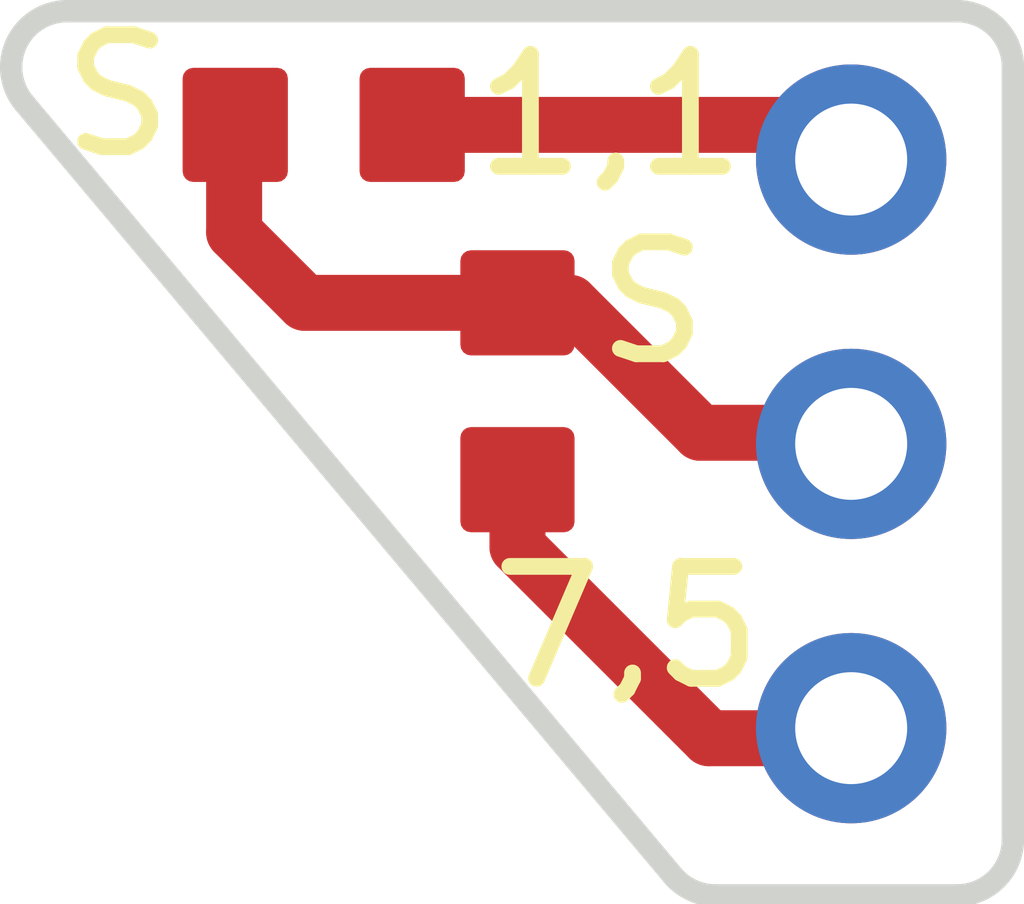
<source format=kicad_pcb>
(kicad_pcb (version 20221018) (generator pcbnew)
  (layers (0 "F.Cu" signal) (31 "B.Cu" signal) (34 "B.Paste" user) (35 "F.Paste" user) (36 "B.SilkS" user "B.Silkscreen") (37 "F.SilkS" user "F.Silkscreen") (38 "B.Mask" user) (39 "F.Mask" user) (44 "Edge.Cuts" user))
  (net 0 "")
  (net 1 "SIG")
  (net 2 "GND")
  (net 3 "+24V")
  (footprint "R0603:RESC1608X50N" (layer "F.Cu") (at 109.12 93.39 90)
    (fp_text reference "7.5k" hide)
    (fp_text value "MCT06030D7501BP500" hide)
    (pad "1" smd roundrect (at -0.79 0 90) (size 0.94 1.02) (layers "F.Cu" "F.Paste" "F.Mask") (roundrect_rratio 0.1) (net 3 "+24V"))
    (pad "2" smd roundrect (at 0.79 0 90) (size 0.94 1.02) (layers "F.Cu" "F.Paste" "F.Mask") (roundrect_rratio 0.1) (net 1 "SIG"))
  )
  (footprint "R0603:RESC1608X50N" (layer "F.Cu") (at 107.39 91.01)
    (fp_text reference "1.1k" hide)
    (fp_text value "MCT06030D1101BP500" hide)
    (pad "1" smd roundrect (at -0.79 0) (size 0.94 1.02) (layers "F.Cu" "F.Paste" "F.Mask") (roundrect_rratio 0.1) (net 1 "SIG"))
    (pad "2" smd roundrect (at 0.79 0) (size 0.94 1.02) (layers "F.Cu" "F.Paste" "F.Mask") (roundrect_rratio 0.1) (net 2 "GND"))
  )
  (footprint "Connector_PinHeader_2.54mm:PinHeader_1x03_P2.54mm_Vertical" (layer "B.Cu") (at 112.1 91.32 180)
    (fp_text reference "J1" hide)
    (fp_text value "Conn_01x03_Pin" hide)
    (pad "1" thru_hole circle (at 0 0 180) (size 1.7 1.7) (drill 1) (layers "*.Cu" "*.Mask") (net 2 "GND"))
    (pad "2" thru_hole oval (at 0 -2.54 180) (size 1.7 1.7) (drill 1) (layers "*.Cu" "*.Mask") (net 1 "SIG"))
    (pad "3" thru_hole oval (at 0 -5.08 180) (size 1.7 1.7) (drill 1) (layers "*.Cu" "*.Mask") (net 3 "+24V"))
  )
  (gr_line (start 110.889038 97.894173) (end 113.043954 97.894173) (stroke (width 0.2)) (layer "Edge.Cuts"))
  (gr_line (start 113.043954 89.994173) (end 105.09925 89.994173) (stroke (width 0.2)) (layer "Edge.Cuts"))
  (gr_line (start 113.543954 97.394173) (end 113.543954 90.494173) (stroke (width 0.2)) (layer "Edge.Cuts"))
  (gr_line (start 104.716228 90.815567) (end 110.506015 97.715567) (stroke (width 0.2)) (layer "Edge.Cuts"))
  (gr_arc (start 110.889038 97.894173) (mid 110.677729 97.847327) (end 110.506015 97.715567) (stroke (width 0.2)) (layer "Edge.Cuts"))
  (gr_arc (start 113.043954 89.994173) (mid 113.397507 90.14062) (end 113.543954 90.494173) (stroke (width 0.2)) (layer "Edge.Cuts"))
  (gr_arc (start 113.543954 97.394173) (mid 113.397507 97.747726) (end 113.043954 97.894173) (stroke (width 0.2)) (layer "Edge.Cuts"))
  (gr_arc (start 104.716228 90.815567) (mid 104.646096 90.282864) (end 105.09925 89.994173) (stroke (width 0.2)) (layer "Edge.Cuts"))
  (gr_text "S\n" (at 110.325 92.6) (layer "F.SilkS") (effects (font (size 1 1))))
  (gr_text "S\n" (at 105.55 90.75) (layer "F.SilkS") (effects (font (size 1 1))))
  (gr_text "7,5" (at 110.1 95.5) (layer "F.SilkS") (effects (font (size 1 1))))
  (gr_text "1,1\n" (at 109.95 90.925) (layer "F.SilkS") (effects (font (size 1 1))))
  (segment (start 106.59 91.97) (end 107.22 92.6) (width 0.5) (layer "F.Cu") (net 1))
  (segment (start 106.59 91.02) (end 106.59 91.97) (width 0.5) (layer "F.Cu") (net 1))
  (segment (start 109.59 92.6) (end 110.750814 93.760814) (width 0.5) (layer "F.Cu") (net 1))
  (segment (start 107.22 92.6) (end 109.12 92.6) (width 0.5) (layer "F.Cu") (net 1))
  (segment (start 109.12 92.6) (end 109.59 92.6) (width 0.5) (layer "F.Cu") (net 1))
  (segment (start 110.750814 93.760814) (end 111.505605 93.760814) (width 0.5) (layer "F.Cu") (net 1))
  (segment (start 106.6 91.01) (end 106.59 91.02) (width 0.5) (layer "F.Cu") (net 1))
  (segment (start 108.18 91.01) (end 111.582565 91.01) (width 0.5) (layer "F.Cu") (net 2))
  (segment (start 110.83 96.49) (end 111.489054 96.49) (width 0.5) (layer "F.Cu") (net 3))
  (segment (start 109.12 94.18) (end 109.12 94.78) (width 0.5) (layer "F.Cu") (net 3))
  (segment (start 109.12 94.78) (end 110.83 96.49) (width 0.5) (layer "F.Cu") (net 3))
)
</source>
